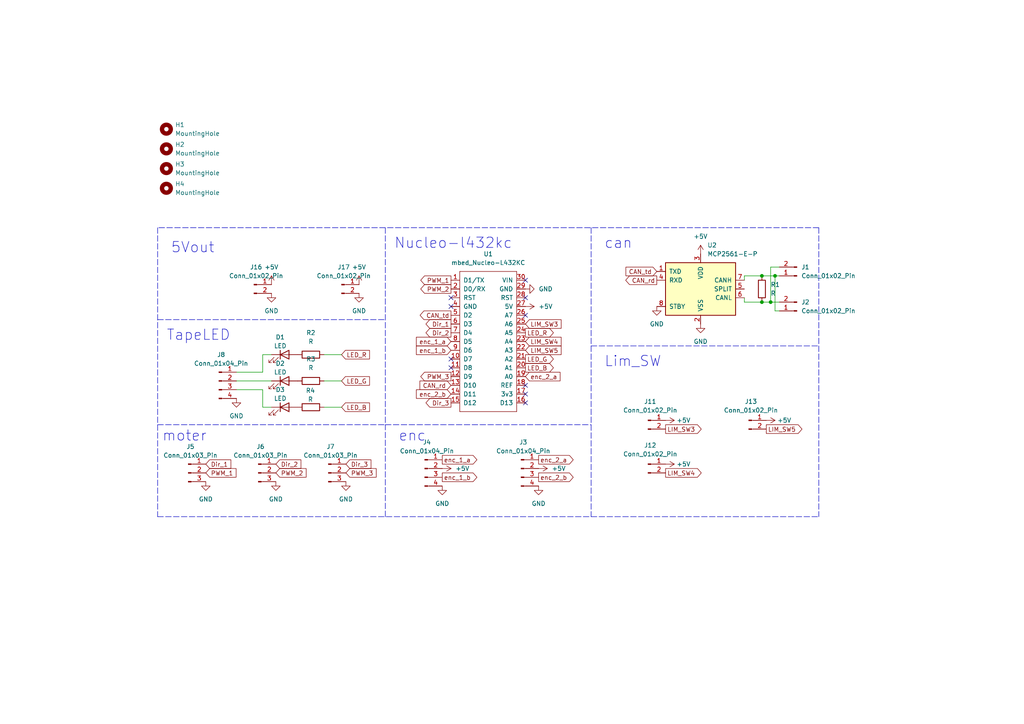
<source format=kicad_sch>
(kicad_sch (version 20230121) (generator eeschema)
  (paper "A4")
  (lib_symbols
    (symbol "Connector:Conn_01x02_Pin" (pin_names (offset 1.016) hide)
      (property "Reference" "J" (at 0 2.54 0))
      (property "Value" "Conn_01x02_Pin" (at 0 -5.08 0))
      (symbol "Conn_01x02_Pin_1_1"
        (polyline (pts (xy 1.27 -2.54) (xy 0.8636 -2.54)) (stroke (width 0.1524)))
        (polyline (pts (xy 1.27 0) (xy 0.8636 0)) (stroke (width 0.1524)))
        (rectangle (start 0.8636 -2.413) (end 0 -2.667) (stroke (width 0.1524)) (fill (type outline)))
        (rectangle (start 0.8636 0.127) (end 0 -0.127) (stroke (width 0.1524)) (fill (type outline)))
        (pin passive line (at 5.08 0 180) (length 3.81) (name "Pin_1") (number "1"))
        (pin passive line (at 5.08 -2.54 180) (length 3.81) (name "Pin_2") (number "2"))
      )
    )
    (symbol "Connector:Conn_01x03_Pin" (pin_names (offset 1.016) hide)
      (property "Reference" "J" (at 0 5.08 0))
      (property "Value" "Conn_01x03_Pin" (at 0 -5.08 0))
      (symbol "Conn_01x03_Pin_1_1"
        (polyline (pts (xy 1.27 -2.54) (xy 0.8636 -2.54)) (stroke (width 0.1524)))
        (polyline (pts (xy 1.27 0) (xy 0.8636 0)) (stroke (width 0.1524)))
        (polyline (pts (xy 1.27 2.54) (xy 0.8636 2.54)) (stroke (width 0.1524)))
        (rectangle (start 0.8636 -2.413) (end 0 -2.667) (stroke (width 0.1524)) (fill (type outline)))
        (rectangle (start 0.8636 0.127) (end 0 -0.127) (stroke (width 0.1524)) (fill (type outline)))
        (rectangle (start 0.8636 2.667) (end 0 2.413) (stroke (width 0.1524)) (fill (type outline)))
        (pin passive line (at 5.08 2.54 180) (length 3.81) (name "Pin_1") (number "1"))
        (pin passive line (at 5.08 0 180) (length 3.81) (name "Pin_2") (number "2"))
        (pin passive line (at 5.08 -2.54 180) (length 3.81) (name "Pin_3") (number "3"))
      )
    )
    (symbol "Connector:Conn_01x04_Pin" (pin_names (offset 1.016) hide)
      (property "Reference" "J" (at 0 5.08 0))
      (property "Value" "Conn_01x04_Pin" (at 0 -7.62 0))
      (symbol "Conn_01x04_Pin_1_1"
        (polyline (pts (xy 1.27 -5.08) (xy 0.8636 -5.08)) (stroke (width 0.1524)))
        (polyline (pts (xy 1.27 -2.54) (xy 0.8636 -2.54)) (stroke (width 0.1524)))
        (polyline (pts (xy 1.27 0) (xy 0.8636 0)) (stroke (width 0.1524)))
        (polyline (pts (xy 1.27 2.54) (xy 0.8636 2.54)) (stroke (width 0.1524)))
        (rectangle (start 0.8636 -4.953) (end 0 -5.207) (stroke (width 0.1524)) (fill (type outline)))
        (rectangle (start 0.8636 -2.413) (end 0 -2.667) (stroke (width 0.1524)) (fill (type outline)))
        (rectangle (start 0.8636 0.127) (end 0 -0.127) (stroke (width 0.1524)) (fill (type outline)))
        (rectangle (start 0.8636 2.667) (end 0 2.413) (stroke (width 0.1524)) (fill (type outline)))
        (pin passive line (at 5.08 2.54 180) (length 3.81) (name "Pin_1") (number "1"))
        (pin passive line (at 5.08 0 180) (length 3.81) (name "Pin_2") (number "2"))
        (pin passive line (at 5.08 -2.54 180) (length 3.81) (name "Pin_3") (number "3"))
        (pin passive line (at 5.08 -5.08 180) (length 3.81) (name "Pin_4") (number "4"))
      )
    )
    (symbol "Device:LED" (pin_numbers hide) (pin_names (offset 1.016) hide)
      (property "Reference" "D" (at 0 2.54 0))
      (property "Value" "LED" (at 0 -2.54 0))
      (symbol "LED_0_1"
        (polyline (pts (xy -1.27 -1.27) (xy -1.27 1.27)) (stroke (width 0.254)))
        (polyline (pts (xy -1.27 0) (xy 1.27 0)))
        (polyline (pts (xy 1.27 -1.27) (xy 1.27 1.27) (xy -1.27 0) (xy 1.27 -1.27)) (stroke (width 0.254)))
        (polyline (pts (xy -3.048 -0.762) (xy -4.572 -2.286) (xy -3.81 -2.286) (xy -4.572 -2.286) (xy -4.572 -1.524)))
        (polyline (pts (xy -1.778 -0.762) (xy -3.302 -2.286) (xy -2.54 -2.286) (xy -3.302 -2.286) (xy -3.302 -1.524)))
      )
      (symbol "LED_1_1"
        (pin passive line (at -3.81 0 0) (length 2.54) (name "K") (number "1"))
        (pin passive line (at 3.81 0 180) (length 2.54) (name "A") (number "2"))
      )
    )
    (symbol "Device:R" (pin_numbers hide) (pin_names (offset 0))
      (property "Reference" "R" (at 2.032 0 90))
      (property "Value" "R" (at 0 0 90))
      (symbol "R_0_1"
        (rectangle (start -1.016 -2.54) (end 1.016 2.54) (stroke (width 0.254)))
      )
      (symbol "R_1_1"
        (pin passive line (at 0 3.81 270) (length 1.27) (name "~") (number "1"))
        (pin passive line (at 0 -3.81 90) (length 1.27) (name "~") (number "2"))
      )
    )
    (symbol "Interface_CAN_LIN:MCP2561-E-P" (pin_names (offset 1.016))
      (property "Reference" "U" (at -10.16 8.89 0))
      (property "Value" "MCP2561-E-P" (at 2.54 8.89 0))
      (symbol "MCP2561-E-P_0_1"
        (rectangle (start -10.16 7.62) (end 10.16 -7.62) (stroke (width 0.254)) (fill (type background)))
      )
      (symbol "MCP2561-E-P_1_1"
        (pin input line (at -12.7 5.08 0) (length 2.54) (name "TXD") (number "1"))
        (pin power_in line (at 0 -10.16 90) (length 2.54) (name "VSS") (number "2"))
        (pin power_in line (at 0 10.16 270) (length 2.54) (name "VDD") (number "3"))
        (pin output line (at -12.7 2.54 0) (length 2.54) (name "RXD") (number "4"))
        (pin passive line (at 12.7 0 180) (length 2.54) (name "SPLIT") (number "5"))
        (pin bidirectional line (at 12.7 -2.54 180) (length 2.54) (name "CANL") (number "6"))
        (pin bidirectional line (at 12.7 2.54 180) (length 2.54) (name "CANH") (number "7"))
        (pin input line (at -12.7 -5.08 0) (length 2.54) (name "STBY") (number "8"))
      )
    )
    (symbol "Mechanical:MountingHole" (pin_names (offset 1.016))
      (property "Reference" "H" (at 0 5.08 0))
      (property "Value" "MountingHole" (at 0 3.175 0))
      (symbol "MountingHole_0_1"
        (circle (center 0 0) (radius 1.27) (stroke (width 1.27)))
      )
    )
    (symbol "Slave2022-rescue:Nucleo-L432KC-mbed" (pin_names (offset 1.016))
      (property "Reference" "U" (at 0 21.59 0))
      (property "Value" "mbed_Nucleo-L432KC" (at 0 24.13 0))
      (symbol "Nucleo-L432KC-mbed_0_1"
        (rectangle (start -8.89 -20.32) (end 7.62 -20.32))
        (rectangle (start -8.89 20.32) (end -8.89 -20.32))
        (rectangle (start 7.62 -20.32) (end 7.62 20.32))
        (rectangle (start 7.62 20.32) (end -8.89 20.32))
      )
      (symbol "Nucleo-L432KC-mbed_1_1"
        (pin output line (at -11.43 17.78 0) (length 2.54) (name "D1/TX") (number "1"))
        (pin bidirectional line (at -11.43 -5.08 0) (length 2.54) (name "D7") (number "10"))
        (pin bidirectional line (at -11.43 -7.62 0) (length 2.54) (name "D8") (number "11"))
        (pin bidirectional line (at -11.43 -10.16 0) (length 2.54) (name "D9") (number "12"))
        (pin bidirectional line (at -11.43 -12.7 0) (length 2.54) (name "D10") (number "13"))
        (pin bidirectional line (at -11.43 -15.24 0) (length 2.54) (name "D11") (number "14"))
        (pin bidirectional line (at -11.43 -17.78 0) (length 2.54) (name "D12") (number "15"))
        (pin bidirectional line (at 10.16 -17.78 180) (length 2.54) (name "D13") (number "16"))
        (pin bidirectional line (at 10.16 -15.24 180) (length 2.54) (name "3v3") (number "17"))
        (pin bidirectional line (at 10.16 -12.7 180) (length 2.54) (name "REF") (number "18"))
        (pin bidirectional line (at 10.16 -10.16 180) (length 2.54) (name "A0") (number "19"))
        (pin input line (at -11.43 15.24 0) (length 2.54) (name "D0/RX") (number "2"))
        (pin bidirectional line (at 10.16 -7.62 180) (length 2.54) (name "A1") (number "20"))
        (pin bidirectional line (at 10.16 -5.08 180) (length 2.54) (name "A2") (number "21"))
        (pin bidirectional line (at 10.16 -2.54 180) (length 2.54) (name "A3") (number "22"))
        (pin bidirectional line (at 10.16 0 180) (length 2.54) (name "A4") (number "23"))
        (pin bidirectional line (at 10.16 2.54 180) (length 2.54) (name "A5") (number "24"))
        (pin bidirectional line (at 10.16 5.08 180) (length 2.54) (name "A6") (number "25"))
        (pin bidirectional line (at 10.16 7.62 180) (length 2.54) (name "A7") (number "26"))
        (pin power_out line (at 10.16 10.16 180) (length 2.54) (name "5V") (number "27"))
        (pin bidirectional line (at 10.16 12.7 180) (length 2.54) (name "RST") (number "28"))
        (pin bidirectional line (at 10.16 15.24 180) (length 2.54) (name "GND") (number "29"))
        (pin bidirectional line (at -11.43 12.7 0) (length 2.54) (name "RST") (number "3"))
        (pin bidirectional line (at 10.16 17.78 180) (length 2.54) (name "VIN") (number "30"))
        (pin input line (at -11.43 10.16 0) (length 2.54) (name "GND") (number "4"))
        (pin bidirectional line (at -11.43 7.62 0) (length 2.54) (name "D2") (number "5"))
        (pin bidirectional line (at -11.43 5.08 0) (length 2.54) (name "D3") (number "6"))
        (pin bidirectional line (at -11.43 2.54 0) (length 2.54) (name "D4") (number "7"))
        (pin bidirectional line (at -11.43 0 0) (length 2.54) (name "D5") (number "8"))
        (pin bidirectional line (at -11.43 -2.54 0) (length 2.54) (name "D6") (number "9"))
      )
    )
    (symbol "power:+5V" (power) (pin_names (offset 0))
      (property "Value" "+5V" (at 0 3.556 0))
      (symbol "+5V_0_1"
        (polyline (pts (xy -0.762 1.27) (xy 0 2.54)))
        (polyline (pts (xy 0 0) (xy 0 2.54)))
        (polyline (pts (xy 0 2.54) (xy 0.762 1.27)))
      )
      (symbol "+5V_1_1"
        (pin power_in line (at 0 0 90) (length 0) hide (name "+5V") (number "1"))
      )
    )
    (symbol "power:GND" (power) (pin_names (offset 0))
      (property "Value" "GND" (at 0 -3.81 0))
      (symbol "GND_0_1"
        (polyline (pts (xy 0 0) (xy 0 -1.27) (xy 1.27 -1.27) (xy 0 -2.54) (xy -1.27 -1.27) (xy 0 -1.27)))
      )
      (symbol "GND_1_1"
        (pin power_in line (at 0 0 270) (length 0) hide (name "GND") (number "1"))
      )
    )
  )
  (junction (at 224.79 80.01))
  (junction (at 220.98 87.63))
  (junction (at 223.52 87.63))
  (junction (at 220.98 80.01))
  (no_connect (at 152.4 114.3))
  (no_connect (at 152.4 116.84))
  (no_connect (at 152.4 81.28))
  (no_connect (at 130.81 88.9))
  (no_connect (at 130.81 104.14))
  (no_connect (at 152.4 91.44))
  (no_connect (at 152.4 111.76))
  (no_connect (at 130.81 106.68))
  (no_connect (at 152.4 86.36))
  (no_connect (at 130.81 86.36))
  (polyline (pts (xy 111.76 66.04) (xy 111.76 123.19)) (stroke (width 0) (type dash)))
  (wire (pts (xy 68.58 113.03) (xy 76.2 113.03)))
  (wire (pts (xy 224.79 80.01) (xy 224.79 90.17)))
  (wire (pts (xy 224.79 90.17) (xy 226.06 90.17)))
  (polyline (pts (xy 45.72 66.04) (xy 45.72 149.86)) (stroke (width 0) (type dash)))
  (polyline (pts (xy 237.49 66.04) (xy 237.49 149.86)) (stroke (width 0) (type dash)))
  (wire (pts (xy 220.98 87.63) (xy 223.52 87.63)))
  (wire (pts (xy 76.2 113.03) (xy 76.2 118.11)))
  (wire (pts (xy 93.98 118.11) (xy 99.06 118.11)))
  (wire (pts (xy 215.9 81.28) (xy 215.9 80.01)))
  (polyline (pts (xy 45.72 92.71) (xy 111.76 92.71)) (stroke (width 0) (type dash)))
  (polyline (pts (xy 171.45 100.33) (xy 237.49 100.33)) (stroke (width 0) (type dash)))
  (wire (pts (xy 215.9 86.36) (xy 215.9 87.63)))
  (wire (pts (xy 226.06 77.47) (xy 223.52 77.47)))
  (polyline (pts (xy 237.49 66.04) (xy 45.72 66.04)) (stroke (width 0) (type dash)))
  (wire (pts (xy 223.52 87.63) (xy 226.06 87.63)))
  (wire (pts (xy 76.2 118.11) (xy 78.74 118.11)))
  (wire (pts (xy 220.98 80.01) (xy 224.79 80.01)))
  (wire (pts (xy 76.2 107.95) (xy 76.2 102.87)))
  (wire (pts (xy 68.58 110.49) (xy 78.74 110.49)))
  (wire (pts (xy 68.58 107.95) (xy 76.2 107.95)))
  (wire (pts (xy 76.2 102.87) (xy 78.74 102.87)))
  (polyline (pts (xy 111.76 149.86) (xy 111.76 123.19)) (stroke (width 0) (type dash)))
  (wire (pts (xy 224.79 80.01) (xy 226.06 80.01)))
  (wire (pts (xy 223.52 77.47) (xy 223.52 87.63)))
  (polyline (pts (xy 171.45 66.04) (xy 171.45 149.86)) (stroke (width 0) (type dash)))
  (wire (pts (xy 93.98 102.87) (xy 99.06 102.87)))
  (wire (pts (xy 220.98 87.63) (xy 215.9 87.63)))
  (polyline (pts (xy 45.72 149.86) (xy 237.49 149.86)) (stroke (width 0) (type dash)))
  (wire (pts (xy 93.98 110.49) (xy 99.06 110.49)))
  (polyline (pts (xy 45.72 123.19) (xy 111.76 123.19)) (stroke (width 0) (type dash)))
  (wire (pts (xy 215.9 80.01) (xy 220.98 80.01)))
  (polyline (pts (xy 111.76 123.19) (xy 171.45 123.19)) (stroke (width 0) (type dash)))
  (text "Lim_SW" (at 175.26 106.68 0) (effects (font (size 3 3)) (justify left bottom)))
  (text "TapeLED" (at 48.26 99.06 0) (effects (font (size 3 3)) (justify left bottom)))
  (text "enc" (at 115.57 128.27 0) (effects (font (size 3 3)) (justify left bottom)))
  (text "moter" (at 46.99 128.27 0) (effects (font (size 3 3)) (justify left bottom)))
  (text "Nucleo-l432kc" (at 114.3 72.39 0) (effects (font (size 3 3)) (justify left bottom)))
  (text "5Vout" (at 49.53 73.66 0) (effects (font (size 3 3)) (justify left bottom)))
  (text "can" (at 175.26 72.39 0) (effects (font (size 3 3)) (justify left bottom)))
  (global_label "enc_1_a" (shape output) (at 128.27 133.35 0) (property "Intersheetrefs" "${INTERSHEET_REFS}" (effects hide)))
  (global_label "LIM_SW5" (shape output) (at 222.25 124.46 0) (property "Intersheetrefs" "${INTERSHEET_REFS}" (effects hide)))
  (global_label "enc_1_b" (shape input) (at 130.81 101.6 180) (property "Intersheetrefs" "${INTERSHEET_REFS}" (effects hide)))
  (global_label "PWM_3" (shape output) (at 130.81 109.22 180) (property "Intersheetrefs" "${INTERSHEET_REFS}" (effects hide)))
  (global_label "CAN_td" (shape output) (at 130.81 91.44 180) (property "Intersheetrefs" "${INTERSHEET_REFS}" (effects hide)))
  (global_label "enc_1_b" (shape output) (at 128.27 138.43 0) (property "Intersheetrefs" "${INTERSHEET_REFS}" (effects hide)))
  (global_label "CAN_rd" (shape input) (at 130.81 111.76 180) (property "Intersheetrefs" "${INTERSHEET_REFS}" (effects hide)))
  (global_label "PWM_2" (shape input) (at 80.01 137.16 0) (property "Intersheetrefs" "${INTERSHEET_REFS}" (effects hide)))
  (global_label "LIM_SW4" (shape input) (at 152.4 99.06 0) (property "Intersheetrefs" "${INTERSHEET_REFS}" (effects hide)))
  (global_label "LIM_SW3" (shape output) (at 193.04 124.46 0) (property "Intersheetrefs" "${INTERSHEET_REFS}" (effects hide)))
  (global_label "LED_G" (shape input) (at 99.06 110.49 0) (property "Intersheetrefs" "${INTERSHEET_REFS}" (effects hide)))
  (global_label "enc_2_a" (shape output) (at 156.21 133.35 0) (property "Intersheetrefs" "${INTERSHEET_REFS}" (effects hide)))
  (global_label "Dir_1" (shape output) (at 130.81 93.98 180) (property "Intersheetrefs" "${INTERSHEET_REFS}" (effects hide)))
  (global_label "Dir_3" (shape input) (at 100.33 134.62 0) (property "Intersheetrefs" "${INTERSHEET_REFS}" (effects hide)))
  (global_label "LED_R" (shape output) (at 152.4 96.52 0) (property "Intersheetrefs" "${INTERSHEET_REFS}" (effects hide)))
  (global_label "enc_2_b" (shape output) (at 156.21 138.43 0) (property "Intersheetrefs" "${INTERSHEET_REFS}" (effects hide)))
  (global_label "LED_B" (shape output) (at 152.4 106.68 0) (property "Intersheetrefs" "${INTERSHEET_REFS}" (effects hide)))
  (global_label "Dir_2" (shape output) (at 130.81 96.52 180) (property "Intersheetrefs" "${INTERSHEET_REFS}" (effects hide)))
  (global_label "LIM_SW5" (shape input) (at 152.4 101.6 0) (property "Intersheetrefs" "${INTERSHEET_REFS}" (effects hide)))
  (global_label "PWM_3" (shape input) (at 100.33 137.16 0) (property "Intersheetrefs" "${INTERSHEET_REFS}" (effects hide)))
  (global_label "Dir_3" (shape output) (at 130.81 116.84 180) (property "Intersheetrefs" "${INTERSHEET_REFS}" (effects hide)))
  (global_label "LED_B" (shape input) (at 99.06 118.11 0) (property "Intersheetrefs" "${INTERSHEET_REFS}" (effects hide)))
  (global_label "LED_G" (shape output) (at 152.4 104.14 0) (property "Intersheetrefs" "${INTERSHEET_REFS}" (effects hide)))
  (global_label "LIM_SW3" (shape input) (at 152.4 93.98 0) (property "Intersheetrefs" "${INTERSHEET_REFS}" (effects hide)))
  (global_label "LIM_SW4" (shape output) (at 193.04 137.16 0) (property "Intersheetrefs" "${INTERSHEET_REFS}" (effects hide)))
  (global_label "CAN_rd" (shape output) (at 190.5 81.28 180) (property "Intersheetrefs" "${INTERSHEET_REFS}" (effects hide)))
  (global_label "CAN_td" (shape input) (at 190.5 78.74 180) (property "Intersheetrefs" "${INTERSHEET_REFS}" (effects hide)))
  (global_label "LED_R" (shape input) (at 99.06 102.87 0) (property "Intersheetrefs" "${INTERSHEET_REFS}" (effects hide)))
  (global_label "PWM_1" (shape input) (at 59.69 137.16 0) (property "Intersheetrefs" "${INTERSHEET_REFS}" (effects hide)))
  (global_label "enc_1_a" (shape input) (at 130.81 99.06 180) (property "Intersheetrefs" "${INTERSHEET_REFS}" (effects hide)))
  (global_label "PWM_2" (shape output) (at 130.81 83.82 180) (property "Intersheetrefs" "${INTERSHEET_REFS}" (effects hide)))
  (global_label "Dir_1" (shape input) (at 59.69 134.62 0) (property "Intersheetrefs" "${INTERSHEET_REFS}" (effects hide)))
  (global_label "Dir_2" (shape input) (at 80.01 134.62 0) (property "Intersheetrefs" "${INTERSHEET_REFS}" (effects hide)))
  (global_label "enc_2_b" (shape input) (at 130.81 114.3 180) (property "Intersheetrefs" "${INTERSHEET_REFS}" (effects hide)))
  (global_label "enc_2_a" (shape input) (at 152.4 109.22 0) (property "Intersheetrefs" "${INTERSHEET_REFS}" (effects hide)))
  (global_label "PWM_1" (shape output) (at 130.81 81.28 180) (property "Intersheetrefs" "${INTERSHEET_REFS}" (effects hide)))
  (symbol (lib_id "power:GND") (at 80.01 139.7 0) (unit 1)
    (property "Reference" "#PWR011" (effects hide))
    (property "Value" "GND" (at 80.01 144.78 0))
  )
  (symbol (lib_id "Connector:Conn_01x02_Pin") (at 187.96 121.92 0) (unit 1)
    (property "Reference" "J11" (at 188.595 116.459 0))
    (property "Value" "Conn_01x02_Pin" (at 188.595 118.999 0))
    (property "Footprint" "Connector_JST:JST_XH_S2B-XH-A_1x02_P2.50mm_Horizontal" (effects hide))
  )
  (symbol (lib_id "Connector:Conn_01x02_Pin") (at 217.17 121.92 0) (unit 1)
    (property "Reference" "J13" (at 217.805 116.459 0))
    (property "Value" "Conn_01x02_Pin" (at 217.805 118.999 0))
    (property "Footprint" "Connector_JST:JST_XH_S2B-XH-A_1x02_P2.50mm_Horizontal" (effects hide))
  )
  (symbol (lib_id "power:+5V") (at 203.2 73.66 0) (unit 1)
    (property "Reference" "#PWR03" (effects hide))
    (property "Value" "+5V" (at 203.2 68.58 0))
  )
  (symbol (lib_id "Interface_CAN_LIN:MCP2561-E-P") (at 203.2 83.82 0) (unit 1)
    (property "Reference" "U2" (at 205.1559 71.12 0) (effects (justify left)))
    (property "Value" "MCP2561-E-P" (at 205.1559 73.66 0) (effects (justify left)))
    (property "Footprint" "Package_DIP:DIP-8_W7.62mm" (effects hide))
    (property "Datasheet" "http://ww1.microchip.com/downloads/en/DeviceDoc/25167A.pdf" (effects hide))
  )
  (symbol (lib_id "Connector:Conn_01x02_Pin") (at 187.96 134.62 0) (unit 1)
    (property "Reference" "J12" (at 188.595 129.159 0))
    (property "Value" "Conn_01x02_Pin" (at 188.595 131.699 0))
    (property "Footprint" "Connector_JST:JST_XH_S2B-XH-A_1x02_P2.50mm_Horizontal" (effects hide))
  )
  (symbol (lib_id "power:GND") (at 203.2 93.98 0) (unit 1)
    (property "Reference" "#PWR01" (effects hide))
    (property "Value" "GND" (at 203.2 99.06 0))
  )
  (symbol (lib_id "Mechanical:MountingHole") (at 48.26 43.18 0) (unit 1)
    (property "Reference" "H2" (at 50.8 41.91 0) (effects (justify left)))
    (property "Value" "MountingHole" (at 50.8 44.45 0) (effects (justify left)))
    (property "Footprint" "MountingHole:MountingHole_3.2mm_M3_Pad_Via" (effects hide))
  )
  (symbol (lib_id "power:GND") (at 78.74 85.09 0) (unit 1)
    (property "Reference" "#PWR024" (effects hide))
    (property "Value" "GND" (at 78.74 90.17 0))
  )
  (symbol (lib_id "power:GND") (at 104.14 85.09 0) (unit 1)
    (property "Reference" "#PWR023" (effects hide))
    (property "Value" "GND" (at 104.14 90.17 0))
  )
  (symbol (lib_id "power:GND") (at 156.21 140.97 0) (unit 1)
    (property "Reference" "#PWR07" (effects hide))
    (property "Value" "GND" (at 156.21 146.05 0))
  )
  (symbol (lib_id "power:+5V") (at 222.25 121.92 270) (unit 1)
    (property "Reference" "#PWR018" (effects hide))
    (property "Value" "+5V" (at 225.425 121.92 90) (effects (justify left)))
  )
  (symbol (lib_id "Connector:Conn_01x04_Pin") (at 151.13 135.89 0) (unit 1)
    (property "Reference" "J3" (at 151.765 128.27 0))
    (property "Value" "Conn_01x04_Pin" (at 151.765 130.81 0))
    (property "Footprint" "Connector_JST:JST_XH_S4B-XH-A_1x04_P2.50mm_Horizontal" (effects hide))
  )
  (symbol (lib_id "Slave2022-rescue:Nucleo-L432KC-mbed") (at 142.24 99.06 0) (unit 1)
    (property "Reference" "U1" (at 141.605 73.66 0))
    (property "Value" "mbed_Nucleo-L432KC" (at 141.605 76.2 0))
    (property "Footprint" "MyFootprint:MODULE_NUCLEO-L432KC" (effects hide))
  )
  (symbol (lib_id "Device:R") (at 90.17 102.87 90) (unit 1)
    (property "Reference" "R2" (at 90.17 96.52 90))
    (property "Value" "R" (at 90.17 99.06 90))
    (property "Footprint" "Resistor_SMD:R_0603_1608Metric" (effects hide))
  )
  (symbol (lib_id "power:GND") (at 68.58 115.57 0) (unit 1)
    (property "Reference" "#PWR013" (effects hide))
    (property "Value" "GND" (at 68.58 120.65 0))
  )
  (symbol (lib_id "power:+5V") (at 156.21 135.89 270) (unit 1)
    (property "Reference" "#PWR05" (effects hide))
    (property "Value" "+5V" (at 160.02 135.89 90) (effects (justify left)))
  )
  (symbol (lib_id "Connector:Conn_01x03_Pin") (at 95.25 137.16 0) (unit 1)
    (property "Reference" "J7" (at 95.885 129.54 0))
    (property "Value" "Conn_01x03_Pin" (at 95.885 132.08 0))
    (property "Footprint" "Connector_JST:JST_XH_S3B-XH-A_1x03_P2.50mm_Horizontal" (effects hide))
  )
  (symbol (lib_id "power:GND") (at 100.33 139.7 0) (unit 1)
    (property "Reference" "#PWR010" (effects hide))
    (property "Value" "GND" (at 100.33 144.78 0))
  )
  (symbol (lib_id "Connector:Conn_01x02_Pin") (at 73.66 82.55 0) (unit 1)
    (property "Reference" "J16" (at 74.295 77.47 0))
    (property "Value" "Conn_01x02_Pin" (at 74.295 80.01 0))
    (property "Footprint" "Connector_JST:JST_XH_S2B-XH-A_1x02_P2.50mm_Horizontal" (effects hide))
  )
  (symbol (lib_id "Device:R") (at 220.98 83.82 0) (unit 1)
    (property "Reference" "R1" (at 223.52 82.55 0) (effects (justify left)))
    (property "Value" "R" (at 223.52 85.09 0) (effects (justify left)))
    (property "Footprint" "Resistor_THT:R_Axial_DIN0207_L6.3mm_D2.5mm_P7.62mm_Horizontal" (effects hide))
  )
  (symbol (lib_id "Mechanical:MountingHole") (at 48.26 37.465 0) (unit 1)
    (property "Reference" "H1" (at 50.8 36.195 0) (effects (justify left)))
    (property "Value" "MountingHole" (at 50.8 38.735 0) (effects (justify left)))
    (property "Footprint" "MountingHole:MountingHole_3.2mm_M3_Pad_Via" (effects hide))
  )
  (symbol (lib_id "power:GND") (at 152.4 83.82 90) (unit 1)
    (property "Reference" "#PWR09" (effects hide))
    (property "Value" "GND" (at 156.21 83.82 90) (effects (justify right)))
  )
  (symbol (lib_id "Connector:Conn_01x03_Pin") (at 74.93 137.16 0) (unit 1)
    (property "Reference" "J6" (at 75.565 129.54 0))
    (property "Value" "Conn_01x03_Pin" (at 75.565 132.08 0))
    (property "Footprint" "Connector_JST:JST_XH_S3B-XH-A_1x03_P2.50mm_Horizontal" (effects hide))
  )
  (symbol (lib_id "Connector:Conn_01x04_Pin") (at 63.5 110.49 0) (unit 1)
    (property "Reference" "J8" (at 64.135 102.87 0))
    (property "Value" "Conn_01x04_Pin" (at 64.135 105.41 0))
    (property "Footprint" "Connector_JST:JST_XH_S4B-XH-A_1x04_P2.50mm_Horizontal" (effects hide))
  )
  (symbol (lib_id "power:+5V") (at 193.04 121.92 270) (unit 1)
    (property "Reference" "#PWR016" (effects hide))
    (property "Value" "+5V" (at 196.215 121.92 90) (effects (justify left)))
  )
  (symbol (lib_id "Device:R") (at 90.17 110.49 90) (unit 1)
    (property "Reference" "R3" (at 90.17 104.14 90))
    (property "Value" "R" (at 90.17 106.68 90))
    (property "Footprint" "Resistor_SMD:R_0603_1608Metric" (effects hide))
  )
  (symbol (lib_id "power:+5V") (at 78.74 82.55 0) (unit 1)
    (property "Reference" "#PWR021" (effects hide))
    (property "Value" "+5V" (at 78.74 77.47 0))
  )
  (symbol (lib_id "power:+5V") (at 104.14 82.55 0) (unit 1)
    (property "Reference" "#PWR022" (effects hide))
    (property "Value" "+5V" (at 104.14 77.47 0))
  )
  (symbol (lib_id "power:+5V") (at 193.04 134.62 270) (unit 1)
    (property "Reference" "#PWR017" (effects hide))
    (property "Value" "+5V" (at 196.215 134.62 90) (effects (justify left)))
  )
  (symbol (lib_id "power:GND") (at 59.69 139.7 0) (unit 1)
    (property "Reference" "#PWR012" (effects hide))
    (property "Value" "GND" (at 59.69 144.78 0))
  )
  (symbol (lib_id "Device:R") (at 90.17 118.11 90) (unit 1)
    (property "Reference" "R4" (at 90.043 113.284 90))
    (property "Value" "R" (at 90.043 115.824 90))
    (property "Footprint" "Resistor_SMD:R_0603_1608Metric" (effects hide))
  )
  (symbol (lib_id "Connector:Conn_01x02_Pin") (at 231.14 80.01 180) (unit 1)
    (property "Reference" "J1" (at 232.41 77.47 0) (effects (justify right)))
    (property "Value" "Conn_01x02_Pin" (at 232.41 80.01 0) (effects (justify right)))
    (property "Footprint" "Connector_JST:JST_XH_S2B-XH-A_1x02_P2.50mm_Horizontal" (effects hide))
  )
  (symbol (lib_id "Connector:Conn_01x04_Pin") (at 123.19 135.89 0) (unit 1)
    (property "Reference" "J4" (at 123.825 128.27 0))
    (property "Value" "Conn_01x04_Pin" (at 123.825 130.81 0))
    (property "Footprint" "Connector_JST:JST_XH_S4B-XH-A_1x04_P2.50mm_Horizontal" (effects hide))
  )
  (symbol (lib_id "Connector:Conn_01x02_Pin") (at 231.14 90.17 180) (unit 1)
    (property "Reference" "J2" (at 232.41 87.63 0) (effects (justify right)))
    (property "Value" "Conn_01x02_Pin" (at 232.41 90.17 0) (effects (justify right)))
    (property "Footprint" "Connector_JST:JST_XH_S2B-XH-A_1x02_P2.50mm_Horizontal" (effects hide))
  )
  (symbol (lib_id "power:+5V") (at 152.4 88.9 270) (unit 1)
    (property "Reference" "#PWR08" (effects hide))
    (property "Value" "+5V" (at 156.21 88.9 90) (effects (justify left)))
  )
  (symbol (lib_id "Mechanical:MountingHole") (at 48.26 54.61 0) (unit 1)
    (property "Reference" "H4" (at 50.8 53.34 0) (effects (justify left)))
    (property "Value" "MountingHole" (at 50.8 55.88 0) (effects (justify left)))
    (property "Footprint" "MountingHole:MountingHole_3.2mm_M3_Pad_Via" (effects hide))
  )
  (symbol (lib_id "Device:LED") (at 82.55 118.11 0) (unit 1)
    (property "Reference" "D3" (at 81.28 113.03 0))
    (property "Value" "LED" (at 81.28 115.57 0))
    (property "Footprint" "LED_SMD:LED_0603_1608Metric" (effects hide))
  )
  (symbol (lib_id "Device:LED") (at 82.55 110.49 0) (unit 1)
    (property "Reference" "D2" (at 81.28 105.41 0))
    (property "Value" "LED" (at 81.28 107.95 0))
    (property "Footprint" "LED_SMD:LED_0603_1608Metric" (effects hide))
  )
  (symbol (lib_id "power:GND") (at 128.27 140.97 0) (unit 1)
    (property "Reference" "#PWR06" (effects hide))
    (property "Value" "GND" (at 128.27 146.05 0))
  )
  (symbol (lib_id "Connector:Conn_01x03_Pin") (at 54.61 137.16 0) (unit 1)
    (property "Reference" "J5" (at 55.245 129.54 0))
    (property "Value" "Conn_01x03_Pin" (at 55.245 132.08 0))
    (property "Footprint" "Connector_JST:JST_XH_S3B-XH-A_1x03_P2.50mm_Horizontal" (effects hide))
  )
  (symbol (lib_id "Connector:Conn_01x02_Pin") (at 99.06 82.55 0) (unit 1)
    (property "Reference" "J17" (at 99.695 77.47 0))
    (property "Value" "Conn_01x02_Pin" (at 99.695 80.01 0))
    (property "Footprint" "Connector_JST:JST_XH_S2B-XH-A_1x02_P2.50mm_Horizontal" (effects hide))
  )
  (symbol (lib_id "power:GND") (at 190.5 88.9 0) (unit 1)
    (property "Reference" "#PWR02" (effects hide))
    (property "Value" "GND" (at 190.5 93.98 0))
  )
  (symbol (lib_id "Mechanical:MountingHole") (at 48.26 48.895 0) (unit 1)
    (property "Reference" "H3" (at 50.8 47.625 0) (effects (justify left)))
    (property "Value" "MountingHole" (at 50.8 50.165 0) (effects (justify left)))
    (property "Footprint" "MountingHole:MountingHole_3.2mm_M3_Pad_Via" (effects hide))
  )
  (symbol (lib_id "power:+5V") (at 128.27 135.89 270) (unit 1)
    (property "Reference" "#PWR04" (effects hide))
    (property "Value" "+5V" (at 132.08 135.89 90) (effects (justify left)))
  )
  (symbol (lib_id "Device:LED") (at 82.55 102.87 0) (unit 1)
    (property "Reference" "D1" (at 81.28 97.79 0))
    (property "Value" "LED" (at 81.28 100.33 0))
    (property "Footprint" "LED_SMD:LED_0603_1608Metric" (effects hide))
  )
)
</source>
